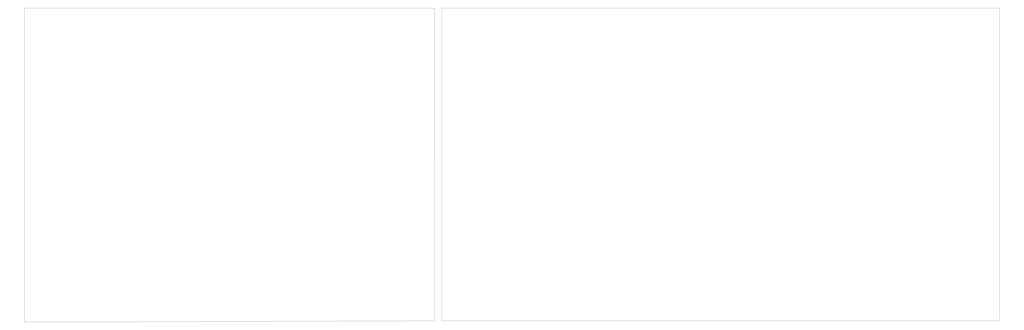
<source format=gbr>
%TF.GenerationSoftware,KiCad,Pcbnew,7.0.10*%
%TF.CreationDate,2025-03-16T20:16:46-04:00*%
%TF.ProjectId,Steno,5374656e-6f2e-46b6-9963-61645f706362,rev?*%
%TF.SameCoordinates,Original*%
%TF.FileFunction,Profile,NP*%
%FSLAX46Y46*%
G04 Gerber Fmt 4.6, Leading zero omitted, Abs format (unit mm)*
G04 Created by KiCad (PCBNEW 7.0.10) date 2025-03-16 20:16:46*
%MOMM*%
%LPD*%
G01*
G04 APERTURE LIST*
%TA.AperFunction,Profile*%
%ADD10C,0.100000*%
%TD*%
G04 APERTURE END LIST*
D10*
X452500000Y-332000000D02*
X452500000Y-197000000D01*
X212500000Y-332000000D02*
X452500000Y-332000000D01*
X35000000Y-197000000D02*
X209426552Y-196977445D01*
X452500000Y-197000000D02*
X212500000Y-197000000D01*
X41000000Y-332500000D02*
X33000000Y-332500000D01*
X33000000Y-197000000D02*
X35000000Y-197000000D01*
X209426552Y-196977445D02*
X209500000Y-332000000D01*
X212500000Y-197000000D02*
X212500000Y-332000000D01*
X33000000Y-332500000D02*
X33000000Y-197000000D01*
X209500000Y-332000000D02*
X41000000Y-332500000D01*
M02*

</source>
